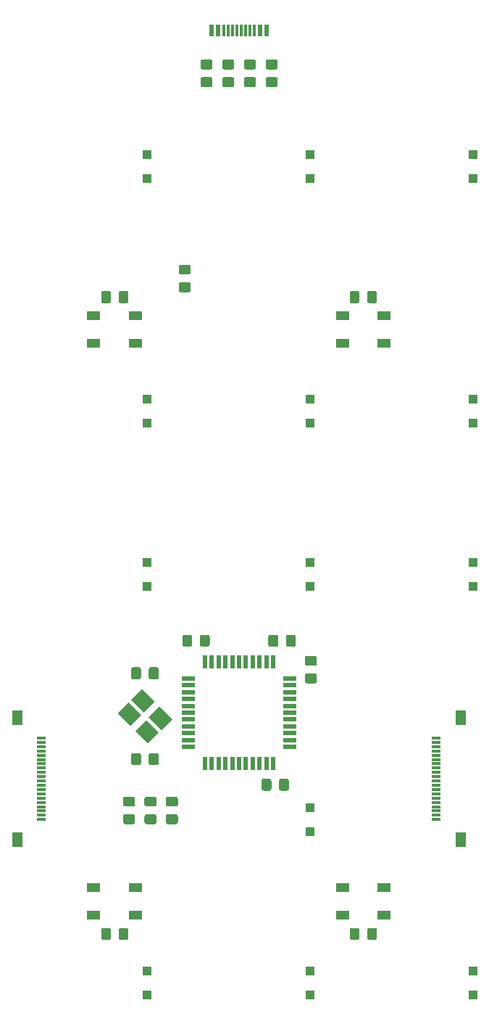
<source format=gbp>
G04 #@! TF.GenerationSoftware,KiCad,Pcbnew,5.1.5+dfsg1-2build2*
G04 #@! TF.CreationDate,2020-05-17T18:00:09-07:00*
G04 #@! TF.ProjectId,triad_center,74726961-645f-4636-956e-7465722e6b69,rev?*
G04 #@! TF.SameCoordinates,Original*
G04 #@! TF.FileFunction,Paste,Bot*
G04 #@! TF.FilePolarity,Positive*
%FSLAX46Y46*%
G04 Gerber Fmt 4.6, Leading zero omitted, Abs format (unit mm)*
G04 Created by KiCad (PCBNEW 5.1.5+dfsg1-2build2) date 2020-05-17 18:00:09*
%MOMM*%
%LPD*%
G04 APERTURE LIST*
%ADD10C,0.100000*%
%ADD11R,1.100000X1.100000*%
%ADD12R,1.000000X0.300000*%
%ADD13R,1.300000X1.765000*%
%ADD14R,0.600000X1.450000*%
%ADD15R,0.300000X1.450000*%
%ADD16R,1.500000X1.000000*%
%ADD17R,1.500000X0.500000*%
%ADD18R,0.500000X1.500000*%
G04 APERTURE END LIST*
D10*
G36*
X36674505Y-106301204D02*
G01*
X36698773Y-106304804D01*
X36722572Y-106310765D01*
X36745671Y-106319030D01*
X36767850Y-106329520D01*
X36788893Y-106342132D01*
X36808599Y-106356747D01*
X36826777Y-106373223D01*
X36843253Y-106391401D01*
X36857868Y-106411107D01*
X36870480Y-106432150D01*
X36880970Y-106454329D01*
X36889235Y-106477428D01*
X36895196Y-106501227D01*
X36898796Y-106525495D01*
X36900000Y-106549999D01*
X36900000Y-107450001D01*
X36898796Y-107474505D01*
X36895196Y-107498773D01*
X36889235Y-107522572D01*
X36880970Y-107545671D01*
X36870480Y-107567850D01*
X36857868Y-107588893D01*
X36843253Y-107608599D01*
X36826777Y-107626777D01*
X36808599Y-107643253D01*
X36788893Y-107657868D01*
X36767850Y-107670480D01*
X36745671Y-107680970D01*
X36722572Y-107689235D01*
X36698773Y-107695196D01*
X36674505Y-107698796D01*
X36650001Y-107700000D01*
X35999999Y-107700000D01*
X35975495Y-107698796D01*
X35951227Y-107695196D01*
X35927428Y-107689235D01*
X35904329Y-107680970D01*
X35882150Y-107670480D01*
X35861107Y-107657868D01*
X35841401Y-107643253D01*
X35823223Y-107626777D01*
X35806747Y-107608599D01*
X35792132Y-107588893D01*
X35779520Y-107567850D01*
X35769030Y-107545671D01*
X35760765Y-107522572D01*
X35754804Y-107498773D01*
X35751204Y-107474505D01*
X35750000Y-107450001D01*
X35750000Y-106549999D01*
X35751204Y-106525495D01*
X35754804Y-106501227D01*
X35760765Y-106477428D01*
X35769030Y-106454329D01*
X35779520Y-106432150D01*
X35792132Y-106411107D01*
X35806747Y-106391401D01*
X35823223Y-106373223D01*
X35841401Y-106356747D01*
X35861107Y-106342132D01*
X35882150Y-106329520D01*
X35904329Y-106319030D01*
X35927428Y-106310765D01*
X35951227Y-106304804D01*
X35975495Y-106301204D01*
X35999999Y-106300000D01*
X36650001Y-106300000D01*
X36674505Y-106301204D01*
G37*
G36*
X38724505Y-106301204D02*
G01*
X38748773Y-106304804D01*
X38772572Y-106310765D01*
X38795671Y-106319030D01*
X38817850Y-106329520D01*
X38838893Y-106342132D01*
X38858599Y-106356747D01*
X38876777Y-106373223D01*
X38893253Y-106391401D01*
X38907868Y-106411107D01*
X38920480Y-106432150D01*
X38930970Y-106454329D01*
X38939235Y-106477428D01*
X38945196Y-106501227D01*
X38948796Y-106525495D01*
X38950000Y-106549999D01*
X38950000Y-107450001D01*
X38948796Y-107474505D01*
X38945196Y-107498773D01*
X38939235Y-107522572D01*
X38930970Y-107545671D01*
X38920480Y-107567850D01*
X38907868Y-107588893D01*
X38893253Y-107608599D01*
X38876777Y-107626777D01*
X38858599Y-107643253D01*
X38838893Y-107657868D01*
X38817850Y-107670480D01*
X38795671Y-107680970D01*
X38772572Y-107689235D01*
X38748773Y-107695196D01*
X38724505Y-107698796D01*
X38700001Y-107700000D01*
X38049999Y-107700000D01*
X38025495Y-107698796D01*
X38001227Y-107695196D01*
X37977428Y-107689235D01*
X37954329Y-107680970D01*
X37932150Y-107670480D01*
X37911107Y-107657868D01*
X37891401Y-107643253D01*
X37873223Y-107626777D01*
X37856747Y-107608599D01*
X37842132Y-107588893D01*
X37829520Y-107567850D01*
X37819030Y-107545671D01*
X37810765Y-107522572D01*
X37804804Y-107498773D01*
X37801204Y-107474505D01*
X37800000Y-107450001D01*
X37800000Y-106549999D01*
X37801204Y-106525495D01*
X37804804Y-106501227D01*
X37810765Y-106477428D01*
X37819030Y-106454329D01*
X37829520Y-106432150D01*
X37842132Y-106411107D01*
X37856747Y-106391401D01*
X37873223Y-106373223D01*
X37891401Y-106356747D01*
X37911107Y-106342132D01*
X37932150Y-106329520D01*
X37954329Y-106319030D01*
X37977428Y-106310765D01*
X38001227Y-106304804D01*
X38025495Y-106301204D01*
X38049999Y-106300000D01*
X38700001Y-106300000D01*
X38724505Y-106301204D01*
G37*
G36*
X36674505Y-96301204D02*
G01*
X36698773Y-96304804D01*
X36722572Y-96310765D01*
X36745671Y-96319030D01*
X36767850Y-96329520D01*
X36788893Y-96342132D01*
X36808599Y-96356747D01*
X36826777Y-96373223D01*
X36843253Y-96391401D01*
X36857868Y-96411107D01*
X36870480Y-96432150D01*
X36880970Y-96454329D01*
X36889235Y-96477428D01*
X36895196Y-96501227D01*
X36898796Y-96525495D01*
X36900000Y-96549999D01*
X36900000Y-97450001D01*
X36898796Y-97474505D01*
X36895196Y-97498773D01*
X36889235Y-97522572D01*
X36880970Y-97545671D01*
X36870480Y-97567850D01*
X36857868Y-97588893D01*
X36843253Y-97608599D01*
X36826777Y-97626777D01*
X36808599Y-97643253D01*
X36788893Y-97657868D01*
X36767850Y-97670480D01*
X36745671Y-97680970D01*
X36722572Y-97689235D01*
X36698773Y-97695196D01*
X36674505Y-97698796D01*
X36650001Y-97700000D01*
X35999999Y-97700000D01*
X35975495Y-97698796D01*
X35951227Y-97695196D01*
X35927428Y-97689235D01*
X35904329Y-97680970D01*
X35882150Y-97670480D01*
X35861107Y-97657868D01*
X35841401Y-97643253D01*
X35823223Y-97626777D01*
X35806747Y-97608599D01*
X35792132Y-97588893D01*
X35779520Y-97567850D01*
X35769030Y-97545671D01*
X35760765Y-97522572D01*
X35754804Y-97498773D01*
X35751204Y-97474505D01*
X35750000Y-97450001D01*
X35750000Y-96549999D01*
X35751204Y-96525495D01*
X35754804Y-96501227D01*
X35760765Y-96477428D01*
X35769030Y-96454329D01*
X35779520Y-96432150D01*
X35792132Y-96411107D01*
X35806747Y-96391401D01*
X35823223Y-96373223D01*
X35841401Y-96356747D01*
X35861107Y-96342132D01*
X35882150Y-96329520D01*
X35904329Y-96319030D01*
X35927428Y-96310765D01*
X35951227Y-96304804D01*
X35975495Y-96301204D01*
X35999999Y-96300000D01*
X36650001Y-96300000D01*
X36674505Y-96301204D01*
G37*
G36*
X38724505Y-96301204D02*
G01*
X38748773Y-96304804D01*
X38772572Y-96310765D01*
X38795671Y-96319030D01*
X38817850Y-96329520D01*
X38838893Y-96342132D01*
X38858599Y-96356747D01*
X38876777Y-96373223D01*
X38893253Y-96391401D01*
X38907868Y-96411107D01*
X38920480Y-96432150D01*
X38930970Y-96454329D01*
X38939235Y-96477428D01*
X38945196Y-96501227D01*
X38948796Y-96525495D01*
X38950000Y-96549999D01*
X38950000Y-97450001D01*
X38948796Y-97474505D01*
X38945196Y-97498773D01*
X38939235Y-97522572D01*
X38930970Y-97545671D01*
X38920480Y-97567850D01*
X38907868Y-97588893D01*
X38893253Y-97608599D01*
X38876777Y-97626777D01*
X38858599Y-97643253D01*
X38838893Y-97657868D01*
X38817850Y-97670480D01*
X38795671Y-97680970D01*
X38772572Y-97689235D01*
X38748773Y-97695196D01*
X38724505Y-97698796D01*
X38700001Y-97700000D01*
X38049999Y-97700000D01*
X38025495Y-97698796D01*
X38001227Y-97695196D01*
X37977428Y-97689235D01*
X37954329Y-97680970D01*
X37932150Y-97670480D01*
X37911107Y-97657868D01*
X37891401Y-97643253D01*
X37873223Y-97626777D01*
X37856747Y-97608599D01*
X37842132Y-97588893D01*
X37829520Y-97567850D01*
X37819030Y-97545671D01*
X37810765Y-97522572D01*
X37804804Y-97498773D01*
X37801204Y-97474505D01*
X37800000Y-97450001D01*
X37800000Y-96549999D01*
X37801204Y-96525495D01*
X37804804Y-96501227D01*
X37810765Y-96477428D01*
X37819030Y-96454329D01*
X37829520Y-96432150D01*
X37842132Y-96411107D01*
X37856747Y-96391401D01*
X37873223Y-96373223D01*
X37891401Y-96356747D01*
X37911107Y-96342132D01*
X37932150Y-96329520D01*
X37954329Y-96319030D01*
X37977428Y-96310765D01*
X38001227Y-96304804D01*
X38025495Y-96301204D01*
X38049999Y-96300000D01*
X38700001Y-96300000D01*
X38724505Y-96301204D01*
G37*
G36*
X42649505Y-92501204D02*
G01*
X42673773Y-92504804D01*
X42697572Y-92510765D01*
X42720671Y-92519030D01*
X42742850Y-92529520D01*
X42763893Y-92542132D01*
X42783599Y-92556747D01*
X42801777Y-92573223D01*
X42818253Y-92591401D01*
X42832868Y-92611107D01*
X42845480Y-92632150D01*
X42855970Y-92654329D01*
X42864235Y-92677428D01*
X42870196Y-92701227D01*
X42873796Y-92725495D01*
X42875000Y-92749999D01*
X42875000Y-93650001D01*
X42873796Y-93674505D01*
X42870196Y-93698773D01*
X42864235Y-93722572D01*
X42855970Y-93745671D01*
X42845480Y-93767850D01*
X42832868Y-93788893D01*
X42818253Y-93808599D01*
X42801777Y-93826777D01*
X42783599Y-93843253D01*
X42763893Y-93857868D01*
X42742850Y-93870480D01*
X42720671Y-93880970D01*
X42697572Y-93889235D01*
X42673773Y-93895196D01*
X42649505Y-93898796D01*
X42625001Y-93900000D01*
X41974999Y-93900000D01*
X41950495Y-93898796D01*
X41926227Y-93895196D01*
X41902428Y-93889235D01*
X41879329Y-93880970D01*
X41857150Y-93870480D01*
X41836107Y-93857868D01*
X41816401Y-93843253D01*
X41798223Y-93826777D01*
X41781747Y-93808599D01*
X41767132Y-93788893D01*
X41754520Y-93767850D01*
X41744030Y-93745671D01*
X41735765Y-93722572D01*
X41729804Y-93698773D01*
X41726204Y-93674505D01*
X41725000Y-93650001D01*
X41725000Y-92749999D01*
X41726204Y-92725495D01*
X41729804Y-92701227D01*
X41735765Y-92677428D01*
X41744030Y-92654329D01*
X41754520Y-92632150D01*
X41767132Y-92611107D01*
X41781747Y-92591401D01*
X41798223Y-92573223D01*
X41816401Y-92556747D01*
X41836107Y-92542132D01*
X41857150Y-92529520D01*
X41879329Y-92519030D01*
X41902428Y-92510765D01*
X41926227Y-92504804D01*
X41950495Y-92501204D01*
X41974999Y-92500000D01*
X42625001Y-92500000D01*
X42649505Y-92501204D01*
G37*
G36*
X44699505Y-92501204D02*
G01*
X44723773Y-92504804D01*
X44747572Y-92510765D01*
X44770671Y-92519030D01*
X44792850Y-92529520D01*
X44813893Y-92542132D01*
X44833599Y-92556747D01*
X44851777Y-92573223D01*
X44868253Y-92591401D01*
X44882868Y-92611107D01*
X44895480Y-92632150D01*
X44905970Y-92654329D01*
X44914235Y-92677428D01*
X44920196Y-92701227D01*
X44923796Y-92725495D01*
X44925000Y-92749999D01*
X44925000Y-93650001D01*
X44923796Y-93674505D01*
X44920196Y-93698773D01*
X44914235Y-93722572D01*
X44905970Y-93745671D01*
X44895480Y-93767850D01*
X44882868Y-93788893D01*
X44868253Y-93808599D01*
X44851777Y-93826777D01*
X44833599Y-93843253D01*
X44813893Y-93857868D01*
X44792850Y-93870480D01*
X44770671Y-93880970D01*
X44747572Y-93889235D01*
X44723773Y-93895196D01*
X44699505Y-93898796D01*
X44675001Y-93900000D01*
X44024999Y-93900000D01*
X44000495Y-93898796D01*
X43976227Y-93895196D01*
X43952428Y-93889235D01*
X43929329Y-93880970D01*
X43907150Y-93870480D01*
X43886107Y-93857868D01*
X43866401Y-93843253D01*
X43848223Y-93826777D01*
X43831747Y-93808599D01*
X43817132Y-93788893D01*
X43804520Y-93767850D01*
X43794030Y-93745671D01*
X43785765Y-93722572D01*
X43779804Y-93698773D01*
X43776204Y-93674505D01*
X43775000Y-93650001D01*
X43775000Y-92749999D01*
X43776204Y-92725495D01*
X43779804Y-92701227D01*
X43785765Y-92677428D01*
X43794030Y-92654329D01*
X43804520Y-92632150D01*
X43817132Y-92611107D01*
X43831747Y-92591401D01*
X43848223Y-92573223D01*
X43866401Y-92556747D01*
X43886107Y-92542132D01*
X43907150Y-92529520D01*
X43929329Y-92519030D01*
X43952428Y-92510765D01*
X43976227Y-92504804D01*
X44000495Y-92501204D01*
X44024999Y-92500000D01*
X44675001Y-92500000D01*
X44699505Y-92501204D01*
G37*
G36*
X57224505Y-97026204D02*
G01*
X57248773Y-97029804D01*
X57272572Y-97035765D01*
X57295671Y-97044030D01*
X57317850Y-97054520D01*
X57338893Y-97067132D01*
X57358599Y-97081747D01*
X57376777Y-97098223D01*
X57393253Y-97116401D01*
X57407868Y-97136107D01*
X57420480Y-97157150D01*
X57430970Y-97179329D01*
X57439235Y-97202428D01*
X57445196Y-97226227D01*
X57448796Y-97250495D01*
X57450000Y-97274999D01*
X57450000Y-97925001D01*
X57448796Y-97949505D01*
X57445196Y-97973773D01*
X57439235Y-97997572D01*
X57430970Y-98020671D01*
X57420480Y-98042850D01*
X57407868Y-98063893D01*
X57393253Y-98083599D01*
X57376777Y-98101777D01*
X57358599Y-98118253D01*
X57338893Y-98132868D01*
X57317850Y-98145480D01*
X57295671Y-98155970D01*
X57272572Y-98164235D01*
X57248773Y-98170196D01*
X57224505Y-98173796D01*
X57200001Y-98175000D01*
X56299999Y-98175000D01*
X56275495Y-98173796D01*
X56251227Y-98170196D01*
X56227428Y-98164235D01*
X56204329Y-98155970D01*
X56182150Y-98145480D01*
X56161107Y-98132868D01*
X56141401Y-98118253D01*
X56123223Y-98101777D01*
X56106747Y-98083599D01*
X56092132Y-98063893D01*
X56079520Y-98042850D01*
X56069030Y-98020671D01*
X56060765Y-97997572D01*
X56054804Y-97973773D01*
X56051204Y-97949505D01*
X56050000Y-97925001D01*
X56050000Y-97274999D01*
X56051204Y-97250495D01*
X56054804Y-97226227D01*
X56060765Y-97202428D01*
X56069030Y-97179329D01*
X56079520Y-97157150D01*
X56092132Y-97136107D01*
X56106747Y-97116401D01*
X56123223Y-97098223D01*
X56141401Y-97081747D01*
X56161107Y-97067132D01*
X56182150Y-97054520D01*
X56204329Y-97044030D01*
X56227428Y-97035765D01*
X56251227Y-97029804D01*
X56275495Y-97026204D01*
X56299999Y-97025000D01*
X57200001Y-97025000D01*
X57224505Y-97026204D01*
G37*
G36*
X57224505Y-94976204D02*
G01*
X57248773Y-94979804D01*
X57272572Y-94985765D01*
X57295671Y-94994030D01*
X57317850Y-95004520D01*
X57338893Y-95017132D01*
X57358599Y-95031747D01*
X57376777Y-95048223D01*
X57393253Y-95066401D01*
X57407868Y-95086107D01*
X57420480Y-95107150D01*
X57430970Y-95129329D01*
X57439235Y-95152428D01*
X57445196Y-95176227D01*
X57448796Y-95200495D01*
X57450000Y-95224999D01*
X57450000Y-95875001D01*
X57448796Y-95899505D01*
X57445196Y-95923773D01*
X57439235Y-95947572D01*
X57430970Y-95970671D01*
X57420480Y-95992850D01*
X57407868Y-96013893D01*
X57393253Y-96033599D01*
X57376777Y-96051777D01*
X57358599Y-96068253D01*
X57338893Y-96082868D01*
X57317850Y-96095480D01*
X57295671Y-96105970D01*
X57272572Y-96114235D01*
X57248773Y-96120196D01*
X57224505Y-96123796D01*
X57200001Y-96125000D01*
X56299999Y-96125000D01*
X56275495Y-96123796D01*
X56251227Y-96120196D01*
X56227428Y-96114235D01*
X56204329Y-96105970D01*
X56182150Y-96095480D01*
X56161107Y-96082868D01*
X56141401Y-96068253D01*
X56123223Y-96051777D01*
X56106747Y-96033599D01*
X56092132Y-96013893D01*
X56079520Y-95992850D01*
X56069030Y-95970671D01*
X56060765Y-95947572D01*
X56054804Y-95923773D01*
X56051204Y-95899505D01*
X56050000Y-95875001D01*
X56050000Y-95224999D01*
X56051204Y-95200495D01*
X56054804Y-95176227D01*
X56060765Y-95152428D01*
X56069030Y-95129329D01*
X56079520Y-95107150D01*
X56092132Y-95086107D01*
X56106747Y-95066401D01*
X56123223Y-95048223D01*
X56141401Y-95031747D01*
X56161107Y-95017132D01*
X56182150Y-95004520D01*
X56204329Y-94994030D01*
X56227428Y-94985765D01*
X56251227Y-94979804D01*
X56275495Y-94976204D01*
X56299999Y-94975000D01*
X57200001Y-94975000D01*
X57224505Y-94976204D01*
G37*
G36*
X35974505Y-113451204D02*
G01*
X35998773Y-113454804D01*
X36022572Y-113460765D01*
X36045671Y-113469030D01*
X36067850Y-113479520D01*
X36088893Y-113492132D01*
X36108599Y-113506747D01*
X36126777Y-113523223D01*
X36143253Y-113541401D01*
X36157868Y-113561107D01*
X36170480Y-113582150D01*
X36180970Y-113604329D01*
X36189235Y-113627428D01*
X36195196Y-113651227D01*
X36198796Y-113675495D01*
X36200000Y-113699999D01*
X36200000Y-114350001D01*
X36198796Y-114374505D01*
X36195196Y-114398773D01*
X36189235Y-114422572D01*
X36180970Y-114445671D01*
X36170480Y-114467850D01*
X36157868Y-114488893D01*
X36143253Y-114508599D01*
X36126777Y-114526777D01*
X36108599Y-114543253D01*
X36088893Y-114557868D01*
X36067850Y-114570480D01*
X36045671Y-114580970D01*
X36022572Y-114589235D01*
X35998773Y-114595196D01*
X35974505Y-114598796D01*
X35950001Y-114600000D01*
X35049999Y-114600000D01*
X35025495Y-114598796D01*
X35001227Y-114595196D01*
X34977428Y-114589235D01*
X34954329Y-114580970D01*
X34932150Y-114570480D01*
X34911107Y-114557868D01*
X34891401Y-114543253D01*
X34873223Y-114526777D01*
X34856747Y-114508599D01*
X34842132Y-114488893D01*
X34829520Y-114467850D01*
X34819030Y-114445671D01*
X34810765Y-114422572D01*
X34804804Y-114398773D01*
X34801204Y-114374505D01*
X34800000Y-114350001D01*
X34800000Y-113699999D01*
X34801204Y-113675495D01*
X34804804Y-113651227D01*
X34810765Y-113627428D01*
X34819030Y-113604329D01*
X34829520Y-113582150D01*
X34842132Y-113561107D01*
X34856747Y-113541401D01*
X34873223Y-113523223D01*
X34891401Y-113506747D01*
X34911107Y-113492132D01*
X34932150Y-113479520D01*
X34954329Y-113469030D01*
X34977428Y-113460765D01*
X35001227Y-113454804D01*
X35025495Y-113451204D01*
X35049999Y-113450000D01*
X35950001Y-113450000D01*
X35974505Y-113451204D01*
G37*
G36*
X35974505Y-111401204D02*
G01*
X35998773Y-111404804D01*
X36022572Y-111410765D01*
X36045671Y-111419030D01*
X36067850Y-111429520D01*
X36088893Y-111442132D01*
X36108599Y-111456747D01*
X36126777Y-111473223D01*
X36143253Y-111491401D01*
X36157868Y-111511107D01*
X36170480Y-111532150D01*
X36180970Y-111554329D01*
X36189235Y-111577428D01*
X36195196Y-111601227D01*
X36198796Y-111625495D01*
X36200000Y-111649999D01*
X36200000Y-112300001D01*
X36198796Y-112324505D01*
X36195196Y-112348773D01*
X36189235Y-112372572D01*
X36180970Y-112395671D01*
X36170480Y-112417850D01*
X36157868Y-112438893D01*
X36143253Y-112458599D01*
X36126777Y-112476777D01*
X36108599Y-112493253D01*
X36088893Y-112507868D01*
X36067850Y-112520480D01*
X36045671Y-112530970D01*
X36022572Y-112539235D01*
X35998773Y-112545196D01*
X35974505Y-112548796D01*
X35950001Y-112550000D01*
X35049999Y-112550000D01*
X35025495Y-112548796D01*
X35001227Y-112545196D01*
X34977428Y-112539235D01*
X34954329Y-112530970D01*
X34932150Y-112520480D01*
X34911107Y-112507868D01*
X34891401Y-112493253D01*
X34873223Y-112476777D01*
X34856747Y-112458599D01*
X34842132Y-112438893D01*
X34829520Y-112417850D01*
X34819030Y-112395671D01*
X34810765Y-112372572D01*
X34804804Y-112348773D01*
X34801204Y-112324505D01*
X34800000Y-112300001D01*
X34800000Y-111649999D01*
X34801204Y-111625495D01*
X34804804Y-111601227D01*
X34810765Y-111577428D01*
X34819030Y-111554329D01*
X34829520Y-111532150D01*
X34842132Y-111511107D01*
X34856747Y-111491401D01*
X34873223Y-111473223D01*
X34891401Y-111456747D01*
X34911107Y-111442132D01*
X34932150Y-111429520D01*
X34954329Y-111419030D01*
X34977428Y-111410765D01*
X35001227Y-111404804D01*
X35025495Y-111401204D01*
X35049999Y-111400000D01*
X35950001Y-111400000D01*
X35974505Y-111401204D01*
G37*
G36*
X38474505Y-111401204D02*
G01*
X38498773Y-111404804D01*
X38522572Y-111410765D01*
X38545671Y-111419030D01*
X38567850Y-111429520D01*
X38588893Y-111442132D01*
X38608599Y-111456747D01*
X38626777Y-111473223D01*
X38643253Y-111491401D01*
X38657868Y-111511107D01*
X38670480Y-111532150D01*
X38680970Y-111554329D01*
X38689235Y-111577428D01*
X38695196Y-111601227D01*
X38698796Y-111625495D01*
X38700000Y-111649999D01*
X38700000Y-112300001D01*
X38698796Y-112324505D01*
X38695196Y-112348773D01*
X38689235Y-112372572D01*
X38680970Y-112395671D01*
X38670480Y-112417850D01*
X38657868Y-112438893D01*
X38643253Y-112458599D01*
X38626777Y-112476777D01*
X38608599Y-112493253D01*
X38588893Y-112507868D01*
X38567850Y-112520480D01*
X38545671Y-112530970D01*
X38522572Y-112539235D01*
X38498773Y-112545196D01*
X38474505Y-112548796D01*
X38450001Y-112550000D01*
X37549999Y-112550000D01*
X37525495Y-112548796D01*
X37501227Y-112545196D01*
X37477428Y-112539235D01*
X37454329Y-112530970D01*
X37432150Y-112520480D01*
X37411107Y-112507868D01*
X37391401Y-112493253D01*
X37373223Y-112476777D01*
X37356747Y-112458599D01*
X37342132Y-112438893D01*
X37329520Y-112417850D01*
X37319030Y-112395671D01*
X37310765Y-112372572D01*
X37304804Y-112348773D01*
X37301204Y-112324505D01*
X37300000Y-112300001D01*
X37300000Y-111649999D01*
X37301204Y-111625495D01*
X37304804Y-111601227D01*
X37310765Y-111577428D01*
X37319030Y-111554329D01*
X37329520Y-111532150D01*
X37342132Y-111511107D01*
X37356747Y-111491401D01*
X37373223Y-111473223D01*
X37391401Y-111456747D01*
X37411107Y-111442132D01*
X37432150Y-111429520D01*
X37454329Y-111419030D01*
X37477428Y-111410765D01*
X37501227Y-111404804D01*
X37525495Y-111401204D01*
X37549999Y-111400000D01*
X38450001Y-111400000D01*
X38474505Y-111401204D01*
G37*
G36*
X38474505Y-113451204D02*
G01*
X38498773Y-113454804D01*
X38522572Y-113460765D01*
X38545671Y-113469030D01*
X38567850Y-113479520D01*
X38588893Y-113492132D01*
X38608599Y-113506747D01*
X38626777Y-113523223D01*
X38643253Y-113541401D01*
X38657868Y-113561107D01*
X38670480Y-113582150D01*
X38680970Y-113604329D01*
X38689235Y-113627428D01*
X38695196Y-113651227D01*
X38698796Y-113675495D01*
X38700000Y-113699999D01*
X38700000Y-114350001D01*
X38698796Y-114374505D01*
X38695196Y-114398773D01*
X38689235Y-114422572D01*
X38680970Y-114445671D01*
X38670480Y-114467850D01*
X38657868Y-114488893D01*
X38643253Y-114508599D01*
X38626777Y-114526777D01*
X38608599Y-114543253D01*
X38588893Y-114557868D01*
X38567850Y-114570480D01*
X38545671Y-114580970D01*
X38522572Y-114589235D01*
X38498773Y-114595196D01*
X38474505Y-114598796D01*
X38450001Y-114600000D01*
X37549999Y-114600000D01*
X37525495Y-114598796D01*
X37501227Y-114595196D01*
X37477428Y-114589235D01*
X37454329Y-114580970D01*
X37432150Y-114570480D01*
X37411107Y-114557868D01*
X37391401Y-114543253D01*
X37373223Y-114526777D01*
X37356747Y-114508599D01*
X37342132Y-114488893D01*
X37329520Y-114467850D01*
X37319030Y-114445671D01*
X37310765Y-114422572D01*
X37304804Y-114398773D01*
X37301204Y-114374505D01*
X37300000Y-114350001D01*
X37300000Y-113699999D01*
X37301204Y-113675495D01*
X37304804Y-113651227D01*
X37310765Y-113627428D01*
X37319030Y-113604329D01*
X37329520Y-113582150D01*
X37342132Y-113561107D01*
X37356747Y-113541401D01*
X37373223Y-113523223D01*
X37391401Y-113506747D01*
X37411107Y-113492132D01*
X37432150Y-113479520D01*
X37454329Y-113469030D01*
X37477428Y-113460765D01*
X37501227Y-113454804D01*
X37525495Y-113451204D01*
X37549999Y-113450000D01*
X38450001Y-113450000D01*
X38474505Y-113451204D01*
G37*
G36*
X53949505Y-109301204D02*
G01*
X53973773Y-109304804D01*
X53997572Y-109310765D01*
X54020671Y-109319030D01*
X54042850Y-109329520D01*
X54063893Y-109342132D01*
X54083599Y-109356747D01*
X54101777Y-109373223D01*
X54118253Y-109391401D01*
X54132868Y-109411107D01*
X54145480Y-109432150D01*
X54155970Y-109454329D01*
X54164235Y-109477428D01*
X54170196Y-109501227D01*
X54173796Y-109525495D01*
X54175000Y-109549999D01*
X54175000Y-110450001D01*
X54173796Y-110474505D01*
X54170196Y-110498773D01*
X54164235Y-110522572D01*
X54155970Y-110545671D01*
X54145480Y-110567850D01*
X54132868Y-110588893D01*
X54118253Y-110608599D01*
X54101777Y-110626777D01*
X54083599Y-110643253D01*
X54063893Y-110657868D01*
X54042850Y-110670480D01*
X54020671Y-110680970D01*
X53997572Y-110689235D01*
X53973773Y-110695196D01*
X53949505Y-110698796D01*
X53925001Y-110700000D01*
X53274999Y-110700000D01*
X53250495Y-110698796D01*
X53226227Y-110695196D01*
X53202428Y-110689235D01*
X53179329Y-110680970D01*
X53157150Y-110670480D01*
X53136107Y-110657868D01*
X53116401Y-110643253D01*
X53098223Y-110626777D01*
X53081747Y-110608599D01*
X53067132Y-110588893D01*
X53054520Y-110567850D01*
X53044030Y-110545671D01*
X53035765Y-110522572D01*
X53029804Y-110498773D01*
X53026204Y-110474505D01*
X53025000Y-110450001D01*
X53025000Y-109549999D01*
X53026204Y-109525495D01*
X53029804Y-109501227D01*
X53035765Y-109477428D01*
X53044030Y-109454329D01*
X53054520Y-109432150D01*
X53067132Y-109411107D01*
X53081747Y-109391401D01*
X53098223Y-109373223D01*
X53116401Y-109356747D01*
X53136107Y-109342132D01*
X53157150Y-109329520D01*
X53179329Y-109319030D01*
X53202428Y-109310765D01*
X53226227Y-109304804D01*
X53250495Y-109301204D01*
X53274999Y-109300000D01*
X53925001Y-109300000D01*
X53949505Y-109301204D01*
G37*
G36*
X51899505Y-109301204D02*
G01*
X51923773Y-109304804D01*
X51947572Y-109310765D01*
X51970671Y-109319030D01*
X51992850Y-109329520D01*
X52013893Y-109342132D01*
X52033599Y-109356747D01*
X52051777Y-109373223D01*
X52068253Y-109391401D01*
X52082868Y-109411107D01*
X52095480Y-109432150D01*
X52105970Y-109454329D01*
X52114235Y-109477428D01*
X52120196Y-109501227D01*
X52123796Y-109525495D01*
X52125000Y-109549999D01*
X52125000Y-110450001D01*
X52123796Y-110474505D01*
X52120196Y-110498773D01*
X52114235Y-110522572D01*
X52105970Y-110545671D01*
X52095480Y-110567850D01*
X52082868Y-110588893D01*
X52068253Y-110608599D01*
X52051777Y-110626777D01*
X52033599Y-110643253D01*
X52013893Y-110657868D01*
X51992850Y-110670480D01*
X51970671Y-110680970D01*
X51947572Y-110689235D01*
X51923773Y-110695196D01*
X51899505Y-110698796D01*
X51875001Y-110700000D01*
X51224999Y-110700000D01*
X51200495Y-110698796D01*
X51176227Y-110695196D01*
X51152428Y-110689235D01*
X51129329Y-110680970D01*
X51107150Y-110670480D01*
X51086107Y-110657868D01*
X51066401Y-110643253D01*
X51048223Y-110626777D01*
X51031747Y-110608599D01*
X51017132Y-110588893D01*
X51004520Y-110567850D01*
X50994030Y-110545671D01*
X50985765Y-110522572D01*
X50979804Y-110498773D01*
X50976204Y-110474505D01*
X50975000Y-110450001D01*
X50975000Y-109549999D01*
X50976204Y-109525495D01*
X50979804Y-109501227D01*
X50985765Y-109477428D01*
X50994030Y-109454329D01*
X51004520Y-109432150D01*
X51017132Y-109411107D01*
X51031747Y-109391401D01*
X51048223Y-109373223D01*
X51066401Y-109356747D01*
X51086107Y-109342132D01*
X51107150Y-109329520D01*
X51129329Y-109319030D01*
X51152428Y-109310765D01*
X51176227Y-109304804D01*
X51200495Y-109301204D01*
X51224999Y-109300000D01*
X51875001Y-109300000D01*
X51899505Y-109301204D01*
G37*
G36*
X40974505Y-113451204D02*
G01*
X40998773Y-113454804D01*
X41022572Y-113460765D01*
X41045671Y-113469030D01*
X41067850Y-113479520D01*
X41088893Y-113492132D01*
X41108599Y-113506747D01*
X41126777Y-113523223D01*
X41143253Y-113541401D01*
X41157868Y-113561107D01*
X41170480Y-113582150D01*
X41180970Y-113604329D01*
X41189235Y-113627428D01*
X41195196Y-113651227D01*
X41198796Y-113675495D01*
X41200000Y-113699999D01*
X41200000Y-114350001D01*
X41198796Y-114374505D01*
X41195196Y-114398773D01*
X41189235Y-114422572D01*
X41180970Y-114445671D01*
X41170480Y-114467850D01*
X41157868Y-114488893D01*
X41143253Y-114508599D01*
X41126777Y-114526777D01*
X41108599Y-114543253D01*
X41088893Y-114557868D01*
X41067850Y-114570480D01*
X41045671Y-114580970D01*
X41022572Y-114589235D01*
X40998773Y-114595196D01*
X40974505Y-114598796D01*
X40950001Y-114600000D01*
X40049999Y-114600000D01*
X40025495Y-114598796D01*
X40001227Y-114595196D01*
X39977428Y-114589235D01*
X39954329Y-114580970D01*
X39932150Y-114570480D01*
X39911107Y-114557868D01*
X39891401Y-114543253D01*
X39873223Y-114526777D01*
X39856747Y-114508599D01*
X39842132Y-114488893D01*
X39829520Y-114467850D01*
X39819030Y-114445671D01*
X39810765Y-114422572D01*
X39804804Y-114398773D01*
X39801204Y-114374505D01*
X39800000Y-114350001D01*
X39800000Y-113699999D01*
X39801204Y-113675495D01*
X39804804Y-113651227D01*
X39810765Y-113627428D01*
X39819030Y-113604329D01*
X39829520Y-113582150D01*
X39842132Y-113561107D01*
X39856747Y-113541401D01*
X39873223Y-113523223D01*
X39891401Y-113506747D01*
X39911107Y-113492132D01*
X39932150Y-113479520D01*
X39954329Y-113469030D01*
X39977428Y-113460765D01*
X40001227Y-113454804D01*
X40025495Y-113451204D01*
X40049999Y-113450000D01*
X40950001Y-113450000D01*
X40974505Y-113451204D01*
G37*
G36*
X40974505Y-111401204D02*
G01*
X40998773Y-111404804D01*
X41022572Y-111410765D01*
X41045671Y-111419030D01*
X41067850Y-111429520D01*
X41088893Y-111442132D01*
X41108599Y-111456747D01*
X41126777Y-111473223D01*
X41143253Y-111491401D01*
X41157868Y-111511107D01*
X41170480Y-111532150D01*
X41180970Y-111554329D01*
X41189235Y-111577428D01*
X41195196Y-111601227D01*
X41198796Y-111625495D01*
X41200000Y-111649999D01*
X41200000Y-112300001D01*
X41198796Y-112324505D01*
X41195196Y-112348773D01*
X41189235Y-112372572D01*
X41180970Y-112395671D01*
X41170480Y-112417850D01*
X41157868Y-112438893D01*
X41143253Y-112458599D01*
X41126777Y-112476777D01*
X41108599Y-112493253D01*
X41088893Y-112507868D01*
X41067850Y-112520480D01*
X41045671Y-112530970D01*
X41022572Y-112539235D01*
X40998773Y-112545196D01*
X40974505Y-112548796D01*
X40950001Y-112550000D01*
X40049999Y-112550000D01*
X40025495Y-112548796D01*
X40001227Y-112545196D01*
X39977428Y-112539235D01*
X39954329Y-112530970D01*
X39932150Y-112520480D01*
X39911107Y-112507868D01*
X39891401Y-112493253D01*
X39873223Y-112476777D01*
X39856747Y-112458599D01*
X39842132Y-112438893D01*
X39829520Y-112417850D01*
X39819030Y-112395671D01*
X39810765Y-112372572D01*
X39804804Y-112348773D01*
X39801204Y-112324505D01*
X39800000Y-112300001D01*
X39800000Y-111649999D01*
X39801204Y-111625495D01*
X39804804Y-111601227D01*
X39810765Y-111577428D01*
X39819030Y-111554329D01*
X39829520Y-111532150D01*
X39842132Y-111511107D01*
X39856747Y-111491401D01*
X39873223Y-111473223D01*
X39891401Y-111456747D01*
X39911107Y-111442132D01*
X39932150Y-111429520D01*
X39954329Y-111419030D01*
X39977428Y-111410765D01*
X40001227Y-111404804D01*
X40025495Y-111401204D01*
X40049999Y-111400000D01*
X40950001Y-111400000D01*
X40974505Y-111401204D01*
G37*
D11*
X37562500Y-39275000D03*
X37562500Y-36475000D03*
X56612500Y-36475000D03*
X56612500Y-39275000D03*
X75662500Y-39275000D03*
X75662500Y-36475000D03*
X37562500Y-65050000D03*
X37562500Y-67850000D03*
X56612500Y-67850000D03*
X56612500Y-65050000D03*
X75662500Y-65050000D03*
X75662500Y-67850000D03*
X37562500Y-86900000D03*
X37562500Y-84100000D03*
X56612500Y-84100000D03*
X56612500Y-86900000D03*
X75662500Y-86900000D03*
X75662500Y-84100000D03*
X56612500Y-112675000D03*
X56612500Y-115475000D03*
X37562500Y-131725000D03*
X37562500Y-134525000D03*
X56612500Y-134525000D03*
X56612500Y-131725000D03*
X75662500Y-134525000D03*
X75662500Y-131725000D03*
D12*
X25275000Y-104562000D03*
X25275000Y-105062000D03*
X25275000Y-105562000D03*
X25275000Y-106062000D03*
X25275000Y-106562000D03*
X25275000Y-107062000D03*
X25275000Y-107562000D03*
X25275000Y-108062000D03*
X25275000Y-108562000D03*
X25275000Y-109062000D03*
X25275000Y-109562000D03*
X25275000Y-110062000D03*
X25275000Y-110562000D03*
X25275000Y-111062000D03*
X25275000Y-111562000D03*
X25275000Y-112062000D03*
X25275000Y-112562000D03*
X25275000Y-113062000D03*
X25275000Y-113562000D03*
X25275000Y-114062000D03*
D13*
X22425000Y-116429500D03*
X22425000Y-102194500D03*
X74275000Y-116429500D03*
X74275000Y-102194500D03*
D12*
X71425000Y-104562000D03*
X71425000Y-105062000D03*
X71425000Y-105562000D03*
X71425000Y-106062000D03*
X71425000Y-106562000D03*
X71425000Y-107062000D03*
X71425000Y-107562000D03*
X71425000Y-108062000D03*
X71425000Y-108562000D03*
X71425000Y-109062000D03*
X71425000Y-109562000D03*
X71425000Y-110062000D03*
X71425000Y-110562000D03*
X71425000Y-111062000D03*
X71425000Y-111562000D03*
X71425000Y-112062000D03*
X71425000Y-112562000D03*
X71425000Y-113062000D03*
X71425000Y-113562000D03*
X71425000Y-114062000D03*
D14*
X51600000Y-22045000D03*
X50800000Y-22045000D03*
X45900000Y-22045000D03*
X45100000Y-22045000D03*
X45100000Y-22045000D03*
X45900000Y-22045000D03*
X50800000Y-22045000D03*
X51600000Y-22045000D03*
D15*
X46600000Y-22045000D03*
X47100000Y-22045000D03*
X47600000Y-22045000D03*
X48600000Y-22045000D03*
X49100000Y-22045000D03*
X49600000Y-22045000D03*
X50100000Y-22045000D03*
X48100000Y-22045000D03*
D16*
X60425000Y-58525000D03*
X60425000Y-55325000D03*
X65325000Y-58525000D03*
X65325000Y-55325000D03*
X65325000Y-122000000D03*
X65325000Y-125200000D03*
X60425000Y-122000000D03*
X60425000Y-125200000D03*
X36275000Y-122000000D03*
X36275000Y-125200000D03*
X31375000Y-122000000D03*
X31375000Y-125200000D03*
X36275000Y-55325000D03*
X36275000Y-58525000D03*
X31375000Y-55325000D03*
X31375000Y-58525000D03*
D10*
G36*
X42474505Y-49339204D02*
G01*
X42498773Y-49342804D01*
X42522572Y-49348765D01*
X42545671Y-49357030D01*
X42567850Y-49367520D01*
X42588893Y-49380132D01*
X42608599Y-49394747D01*
X42626777Y-49411223D01*
X42643253Y-49429401D01*
X42657868Y-49449107D01*
X42670480Y-49470150D01*
X42680970Y-49492329D01*
X42689235Y-49515428D01*
X42695196Y-49539227D01*
X42698796Y-49563495D01*
X42700000Y-49587999D01*
X42700000Y-50238001D01*
X42698796Y-50262505D01*
X42695196Y-50286773D01*
X42689235Y-50310572D01*
X42680970Y-50333671D01*
X42670480Y-50355850D01*
X42657868Y-50376893D01*
X42643253Y-50396599D01*
X42626777Y-50414777D01*
X42608599Y-50431253D01*
X42588893Y-50445868D01*
X42567850Y-50458480D01*
X42545671Y-50468970D01*
X42522572Y-50477235D01*
X42498773Y-50483196D01*
X42474505Y-50486796D01*
X42450001Y-50488000D01*
X41549999Y-50488000D01*
X41525495Y-50486796D01*
X41501227Y-50483196D01*
X41477428Y-50477235D01*
X41454329Y-50468970D01*
X41432150Y-50458480D01*
X41411107Y-50445868D01*
X41391401Y-50431253D01*
X41373223Y-50414777D01*
X41356747Y-50396599D01*
X41342132Y-50376893D01*
X41329520Y-50355850D01*
X41319030Y-50333671D01*
X41310765Y-50310572D01*
X41304804Y-50286773D01*
X41301204Y-50262505D01*
X41300000Y-50238001D01*
X41300000Y-49587999D01*
X41301204Y-49563495D01*
X41304804Y-49539227D01*
X41310765Y-49515428D01*
X41319030Y-49492329D01*
X41329520Y-49470150D01*
X41342132Y-49449107D01*
X41356747Y-49429401D01*
X41373223Y-49411223D01*
X41391401Y-49394747D01*
X41411107Y-49380132D01*
X41432150Y-49367520D01*
X41454329Y-49357030D01*
X41477428Y-49348765D01*
X41501227Y-49342804D01*
X41525495Y-49339204D01*
X41549999Y-49338000D01*
X42450001Y-49338000D01*
X42474505Y-49339204D01*
G37*
G36*
X42474505Y-51389204D02*
G01*
X42498773Y-51392804D01*
X42522572Y-51398765D01*
X42545671Y-51407030D01*
X42567850Y-51417520D01*
X42588893Y-51430132D01*
X42608599Y-51444747D01*
X42626777Y-51461223D01*
X42643253Y-51479401D01*
X42657868Y-51499107D01*
X42670480Y-51520150D01*
X42680970Y-51542329D01*
X42689235Y-51565428D01*
X42695196Y-51589227D01*
X42698796Y-51613495D01*
X42700000Y-51637999D01*
X42700000Y-52288001D01*
X42698796Y-52312505D01*
X42695196Y-52336773D01*
X42689235Y-52360572D01*
X42680970Y-52383671D01*
X42670480Y-52405850D01*
X42657868Y-52426893D01*
X42643253Y-52446599D01*
X42626777Y-52464777D01*
X42608599Y-52481253D01*
X42588893Y-52495868D01*
X42567850Y-52508480D01*
X42545671Y-52518970D01*
X42522572Y-52527235D01*
X42498773Y-52533196D01*
X42474505Y-52536796D01*
X42450001Y-52538000D01*
X41549999Y-52538000D01*
X41525495Y-52536796D01*
X41501227Y-52533196D01*
X41477428Y-52527235D01*
X41454329Y-52518970D01*
X41432150Y-52508480D01*
X41411107Y-52495868D01*
X41391401Y-52481253D01*
X41373223Y-52464777D01*
X41356747Y-52446599D01*
X41342132Y-52426893D01*
X41329520Y-52405850D01*
X41319030Y-52383671D01*
X41310765Y-52360572D01*
X41304804Y-52336773D01*
X41301204Y-52312505D01*
X41300000Y-52288001D01*
X41300000Y-51637999D01*
X41301204Y-51613495D01*
X41304804Y-51589227D01*
X41310765Y-51565428D01*
X41319030Y-51542329D01*
X41329520Y-51520150D01*
X41342132Y-51499107D01*
X41356747Y-51479401D01*
X41373223Y-51461223D01*
X41391401Y-51444747D01*
X41411107Y-51430132D01*
X41432150Y-51417520D01*
X41454329Y-51407030D01*
X41477428Y-51398765D01*
X41501227Y-51392804D01*
X41525495Y-51389204D01*
X41549999Y-51388000D01*
X42450001Y-51388000D01*
X42474505Y-51389204D01*
G37*
G36*
X52699505Y-92501204D02*
G01*
X52723773Y-92504804D01*
X52747572Y-92510765D01*
X52770671Y-92519030D01*
X52792850Y-92529520D01*
X52813893Y-92542132D01*
X52833599Y-92556747D01*
X52851777Y-92573223D01*
X52868253Y-92591401D01*
X52882868Y-92611107D01*
X52895480Y-92632150D01*
X52905970Y-92654329D01*
X52914235Y-92677428D01*
X52920196Y-92701227D01*
X52923796Y-92725495D01*
X52925000Y-92749999D01*
X52925000Y-93650001D01*
X52923796Y-93674505D01*
X52920196Y-93698773D01*
X52914235Y-93722572D01*
X52905970Y-93745671D01*
X52895480Y-93767850D01*
X52882868Y-93788893D01*
X52868253Y-93808599D01*
X52851777Y-93826777D01*
X52833599Y-93843253D01*
X52813893Y-93857868D01*
X52792850Y-93870480D01*
X52770671Y-93880970D01*
X52747572Y-93889235D01*
X52723773Y-93895196D01*
X52699505Y-93898796D01*
X52675001Y-93900000D01*
X52024999Y-93900000D01*
X52000495Y-93898796D01*
X51976227Y-93895196D01*
X51952428Y-93889235D01*
X51929329Y-93880970D01*
X51907150Y-93870480D01*
X51886107Y-93857868D01*
X51866401Y-93843253D01*
X51848223Y-93826777D01*
X51831747Y-93808599D01*
X51817132Y-93788893D01*
X51804520Y-93767850D01*
X51794030Y-93745671D01*
X51785765Y-93722572D01*
X51779804Y-93698773D01*
X51776204Y-93674505D01*
X51775000Y-93650001D01*
X51775000Y-92749999D01*
X51776204Y-92725495D01*
X51779804Y-92701227D01*
X51785765Y-92677428D01*
X51794030Y-92654329D01*
X51804520Y-92632150D01*
X51817132Y-92611107D01*
X51831747Y-92591401D01*
X51848223Y-92573223D01*
X51866401Y-92556747D01*
X51886107Y-92542132D01*
X51907150Y-92529520D01*
X51929329Y-92519030D01*
X51952428Y-92510765D01*
X51976227Y-92504804D01*
X52000495Y-92501204D01*
X52024999Y-92500000D01*
X52675001Y-92500000D01*
X52699505Y-92501204D01*
G37*
G36*
X54749505Y-92501204D02*
G01*
X54773773Y-92504804D01*
X54797572Y-92510765D01*
X54820671Y-92519030D01*
X54842850Y-92529520D01*
X54863893Y-92542132D01*
X54883599Y-92556747D01*
X54901777Y-92573223D01*
X54918253Y-92591401D01*
X54932868Y-92611107D01*
X54945480Y-92632150D01*
X54955970Y-92654329D01*
X54964235Y-92677428D01*
X54970196Y-92701227D01*
X54973796Y-92725495D01*
X54975000Y-92749999D01*
X54975000Y-93650001D01*
X54973796Y-93674505D01*
X54970196Y-93698773D01*
X54964235Y-93722572D01*
X54955970Y-93745671D01*
X54945480Y-93767850D01*
X54932868Y-93788893D01*
X54918253Y-93808599D01*
X54901777Y-93826777D01*
X54883599Y-93843253D01*
X54863893Y-93857868D01*
X54842850Y-93870480D01*
X54820671Y-93880970D01*
X54797572Y-93889235D01*
X54773773Y-93895196D01*
X54749505Y-93898796D01*
X54725001Y-93900000D01*
X54074999Y-93900000D01*
X54050495Y-93898796D01*
X54026227Y-93895196D01*
X54002428Y-93889235D01*
X53979329Y-93880970D01*
X53957150Y-93870480D01*
X53936107Y-93857868D01*
X53916401Y-93843253D01*
X53898223Y-93826777D01*
X53881747Y-93808599D01*
X53867132Y-93788893D01*
X53854520Y-93767850D01*
X53844030Y-93745671D01*
X53835765Y-93722572D01*
X53829804Y-93698773D01*
X53826204Y-93674505D01*
X53825000Y-93650001D01*
X53825000Y-92749999D01*
X53826204Y-92725495D01*
X53829804Y-92701227D01*
X53835765Y-92677428D01*
X53844030Y-92654329D01*
X53854520Y-92632150D01*
X53867132Y-92611107D01*
X53881747Y-92591401D01*
X53898223Y-92573223D01*
X53916401Y-92556747D01*
X53936107Y-92542132D01*
X53957150Y-92529520D01*
X53979329Y-92519030D01*
X54002428Y-92510765D01*
X54026227Y-92504804D01*
X54050495Y-92501204D01*
X54074999Y-92500000D01*
X54725001Y-92500000D01*
X54749505Y-92501204D01*
G37*
G36*
X47554505Y-25401204D02*
G01*
X47578773Y-25404804D01*
X47602572Y-25410765D01*
X47625671Y-25419030D01*
X47647850Y-25429520D01*
X47668893Y-25442132D01*
X47688599Y-25456747D01*
X47706777Y-25473223D01*
X47723253Y-25491401D01*
X47737868Y-25511107D01*
X47750480Y-25532150D01*
X47760970Y-25554329D01*
X47769235Y-25577428D01*
X47775196Y-25601227D01*
X47778796Y-25625495D01*
X47780000Y-25649999D01*
X47780000Y-26300001D01*
X47778796Y-26324505D01*
X47775196Y-26348773D01*
X47769235Y-26372572D01*
X47760970Y-26395671D01*
X47750480Y-26417850D01*
X47737868Y-26438893D01*
X47723253Y-26458599D01*
X47706777Y-26476777D01*
X47688599Y-26493253D01*
X47668893Y-26507868D01*
X47647850Y-26520480D01*
X47625671Y-26530970D01*
X47602572Y-26539235D01*
X47578773Y-26545196D01*
X47554505Y-26548796D01*
X47530001Y-26550000D01*
X46629999Y-26550000D01*
X46605495Y-26548796D01*
X46581227Y-26545196D01*
X46557428Y-26539235D01*
X46534329Y-26530970D01*
X46512150Y-26520480D01*
X46491107Y-26507868D01*
X46471401Y-26493253D01*
X46453223Y-26476777D01*
X46436747Y-26458599D01*
X46422132Y-26438893D01*
X46409520Y-26417850D01*
X46399030Y-26395671D01*
X46390765Y-26372572D01*
X46384804Y-26348773D01*
X46381204Y-26324505D01*
X46380000Y-26300001D01*
X46380000Y-25649999D01*
X46381204Y-25625495D01*
X46384804Y-25601227D01*
X46390765Y-25577428D01*
X46399030Y-25554329D01*
X46409520Y-25532150D01*
X46422132Y-25511107D01*
X46436747Y-25491401D01*
X46453223Y-25473223D01*
X46471401Y-25456747D01*
X46491107Y-25442132D01*
X46512150Y-25429520D01*
X46534329Y-25419030D01*
X46557428Y-25410765D01*
X46581227Y-25404804D01*
X46605495Y-25401204D01*
X46629999Y-25400000D01*
X47530001Y-25400000D01*
X47554505Y-25401204D01*
G37*
G36*
X47554505Y-27451204D02*
G01*
X47578773Y-27454804D01*
X47602572Y-27460765D01*
X47625671Y-27469030D01*
X47647850Y-27479520D01*
X47668893Y-27492132D01*
X47688599Y-27506747D01*
X47706777Y-27523223D01*
X47723253Y-27541401D01*
X47737868Y-27561107D01*
X47750480Y-27582150D01*
X47760970Y-27604329D01*
X47769235Y-27627428D01*
X47775196Y-27651227D01*
X47778796Y-27675495D01*
X47780000Y-27699999D01*
X47780000Y-28350001D01*
X47778796Y-28374505D01*
X47775196Y-28398773D01*
X47769235Y-28422572D01*
X47760970Y-28445671D01*
X47750480Y-28467850D01*
X47737868Y-28488893D01*
X47723253Y-28508599D01*
X47706777Y-28526777D01*
X47688599Y-28543253D01*
X47668893Y-28557868D01*
X47647850Y-28570480D01*
X47625671Y-28580970D01*
X47602572Y-28589235D01*
X47578773Y-28595196D01*
X47554505Y-28598796D01*
X47530001Y-28600000D01*
X46629999Y-28600000D01*
X46605495Y-28598796D01*
X46581227Y-28595196D01*
X46557428Y-28589235D01*
X46534329Y-28580970D01*
X46512150Y-28570480D01*
X46491107Y-28557868D01*
X46471401Y-28543253D01*
X46453223Y-28526777D01*
X46436747Y-28508599D01*
X46422132Y-28488893D01*
X46409520Y-28467850D01*
X46399030Y-28445671D01*
X46390765Y-28422572D01*
X46384804Y-28398773D01*
X46381204Y-28374505D01*
X46380000Y-28350001D01*
X46380000Y-27699999D01*
X46381204Y-27675495D01*
X46384804Y-27651227D01*
X46390765Y-27627428D01*
X46399030Y-27604329D01*
X46409520Y-27582150D01*
X46422132Y-27561107D01*
X46436747Y-27541401D01*
X46453223Y-27523223D01*
X46471401Y-27506747D01*
X46491107Y-27492132D01*
X46512150Y-27479520D01*
X46534329Y-27469030D01*
X46557428Y-27460765D01*
X46581227Y-27454804D01*
X46605495Y-27451204D01*
X46629999Y-27450000D01*
X47530001Y-27450000D01*
X47554505Y-27451204D01*
G37*
G36*
X50094505Y-27451204D02*
G01*
X50118773Y-27454804D01*
X50142572Y-27460765D01*
X50165671Y-27469030D01*
X50187850Y-27479520D01*
X50208893Y-27492132D01*
X50228599Y-27506747D01*
X50246777Y-27523223D01*
X50263253Y-27541401D01*
X50277868Y-27561107D01*
X50290480Y-27582150D01*
X50300970Y-27604329D01*
X50309235Y-27627428D01*
X50315196Y-27651227D01*
X50318796Y-27675495D01*
X50320000Y-27699999D01*
X50320000Y-28350001D01*
X50318796Y-28374505D01*
X50315196Y-28398773D01*
X50309235Y-28422572D01*
X50300970Y-28445671D01*
X50290480Y-28467850D01*
X50277868Y-28488893D01*
X50263253Y-28508599D01*
X50246777Y-28526777D01*
X50228599Y-28543253D01*
X50208893Y-28557868D01*
X50187850Y-28570480D01*
X50165671Y-28580970D01*
X50142572Y-28589235D01*
X50118773Y-28595196D01*
X50094505Y-28598796D01*
X50070001Y-28600000D01*
X49169999Y-28600000D01*
X49145495Y-28598796D01*
X49121227Y-28595196D01*
X49097428Y-28589235D01*
X49074329Y-28580970D01*
X49052150Y-28570480D01*
X49031107Y-28557868D01*
X49011401Y-28543253D01*
X48993223Y-28526777D01*
X48976747Y-28508599D01*
X48962132Y-28488893D01*
X48949520Y-28467850D01*
X48939030Y-28445671D01*
X48930765Y-28422572D01*
X48924804Y-28398773D01*
X48921204Y-28374505D01*
X48920000Y-28350001D01*
X48920000Y-27699999D01*
X48921204Y-27675495D01*
X48924804Y-27651227D01*
X48930765Y-27627428D01*
X48939030Y-27604329D01*
X48949520Y-27582150D01*
X48962132Y-27561107D01*
X48976747Y-27541401D01*
X48993223Y-27523223D01*
X49011401Y-27506747D01*
X49031107Y-27492132D01*
X49052150Y-27479520D01*
X49074329Y-27469030D01*
X49097428Y-27460765D01*
X49121227Y-27454804D01*
X49145495Y-27451204D01*
X49169999Y-27450000D01*
X50070001Y-27450000D01*
X50094505Y-27451204D01*
G37*
G36*
X50094505Y-25401204D02*
G01*
X50118773Y-25404804D01*
X50142572Y-25410765D01*
X50165671Y-25419030D01*
X50187850Y-25429520D01*
X50208893Y-25442132D01*
X50228599Y-25456747D01*
X50246777Y-25473223D01*
X50263253Y-25491401D01*
X50277868Y-25511107D01*
X50290480Y-25532150D01*
X50300970Y-25554329D01*
X50309235Y-25577428D01*
X50315196Y-25601227D01*
X50318796Y-25625495D01*
X50320000Y-25649999D01*
X50320000Y-26300001D01*
X50318796Y-26324505D01*
X50315196Y-26348773D01*
X50309235Y-26372572D01*
X50300970Y-26395671D01*
X50290480Y-26417850D01*
X50277868Y-26438893D01*
X50263253Y-26458599D01*
X50246777Y-26476777D01*
X50228599Y-26493253D01*
X50208893Y-26507868D01*
X50187850Y-26520480D01*
X50165671Y-26530970D01*
X50142572Y-26539235D01*
X50118773Y-26545196D01*
X50094505Y-26548796D01*
X50070001Y-26550000D01*
X49169999Y-26550000D01*
X49145495Y-26548796D01*
X49121227Y-26545196D01*
X49097428Y-26539235D01*
X49074329Y-26530970D01*
X49052150Y-26520480D01*
X49031107Y-26507868D01*
X49011401Y-26493253D01*
X48993223Y-26476777D01*
X48976747Y-26458599D01*
X48962132Y-26438893D01*
X48949520Y-26417850D01*
X48939030Y-26395671D01*
X48930765Y-26372572D01*
X48924804Y-26348773D01*
X48921204Y-26324505D01*
X48920000Y-26300001D01*
X48920000Y-25649999D01*
X48921204Y-25625495D01*
X48924804Y-25601227D01*
X48930765Y-25577428D01*
X48939030Y-25554329D01*
X48949520Y-25532150D01*
X48962132Y-25511107D01*
X48976747Y-25491401D01*
X48993223Y-25473223D01*
X49011401Y-25456747D01*
X49031107Y-25442132D01*
X49052150Y-25429520D01*
X49074329Y-25419030D01*
X49097428Y-25410765D01*
X49121227Y-25404804D01*
X49145495Y-25401204D01*
X49169999Y-25400000D01*
X50070001Y-25400000D01*
X50094505Y-25401204D01*
G37*
G36*
X45014505Y-25401204D02*
G01*
X45038773Y-25404804D01*
X45062572Y-25410765D01*
X45085671Y-25419030D01*
X45107850Y-25429520D01*
X45128893Y-25442132D01*
X45148599Y-25456747D01*
X45166777Y-25473223D01*
X45183253Y-25491401D01*
X45197868Y-25511107D01*
X45210480Y-25532150D01*
X45220970Y-25554329D01*
X45229235Y-25577428D01*
X45235196Y-25601227D01*
X45238796Y-25625495D01*
X45240000Y-25649999D01*
X45240000Y-26300001D01*
X45238796Y-26324505D01*
X45235196Y-26348773D01*
X45229235Y-26372572D01*
X45220970Y-26395671D01*
X45210480Y-26417850D01*
X45197868Y-26438893D01*
X45183253Y-26458599D01*
X45166777Y-26476777D01*
X45148599Y-26493253D01*
X45128893Y-26507868D01*
X45107850Y-26520480D01*
X45085671Y-26530970D01*
X45062572Y-26539235D01*
X45038773Y-26545196D01*
X45014505Y-26548796D01*
X44990001Y-26550000D01*
X44089999Y-26550000D01*
X44065495Y-26548796D01*
X44041227Y-26545196D01*
X44017428Y-26539235D01*
X43994329Y-26530970D01*
X43972150Y-26520480D01*
X43951107Y-26507868D01*
X43931401Y-26493253D01*
X43913223Y-26476777D01*
X43896747Y-26458599D01*
X43882132Y-26438893D01*
X43869520Y-26417850D01*
X43859030Y-26395671D01*
X43850765Y-26372572D01*
X43844804Y-26348773D01*
X43841204Y-26324505D01*
X43840000Y-26300001D01*
X43840000Y-25649999D01*
X43841204Y-25625495D01*
X43844804Y-25601227D01*
X43850765Y-25577428D01*
X43859030Y-25554329D01*
X43869520Y-25532150D01*
X43882132Y-25511107D01*
X43896747Y-25491401D01*
X43913223Y-25473223D01*
X43931401Y-25456747D01*
X43951107Y-25442132D01*
X43972150Y-25429520D01*
X43994329Y-25419030D01*
X44017428Y-25410765D01*
X44041227Y-25404804D01*
X44065495Y-25401204D01*
X44089999Y-25400000D01*
X44990001Y-25400000D01*
X45014505Y-25401204D01*
G37*
G36*
X45014505Y-27451204D02*
G01*
X45038773Y-27454804D01*
X45062572Y-27460765D01*
X45085671Y-27469030D01*
X45107850Y-27479520D01*
X45128893Y-27492132D01*
X45148599Y-27506747D01*
X45166777Y-27523223D01*
X45183253Y-27541401D01*
X45197868Y-27561107D01*
X45210480Y-27582150D01*
X45220970Y-27604329D01*
X45229235Y-27627428D01*
X45235196Y-27651227D01*
X45238796Y-27675495D01*
X45240000Y-27699999D01*
X45240000Y-28350001D01*
X45238796Y-28374505D01*
X45235196Y-28398773D01*
X45229235Y-28422572D01*
X45220970Y-28445671D01*
X45210480Y-28467850D01*
X45197868Y-28488893D01*
X45183253Y-28508599D01*
X45166777Y-28526777D01*
X45148599Y-28543253D01*
X45128893Y-28557868D01*
X45107850Y-28570480D01*
X45085671Y-28580970D01*
X45062572Y-28589235D01*
X45038773Y-28595196D01*
X45014505Y-28598796D01*
X44990001Y-28600000D01*
X44089999Y-28600000D01*
X44065495Y-28598796D01*
X44041227Y-28595196D01*
X44017428Y-28589235D01*
X43994329Y-28580970D01*
X43972150Y-28570480D01*
X43951107Y-28557868D01*
X43931401Y-28543253D01*
X43913223Y-28526777D01*
X43896747Y-28508599D01*
X43882132Y-28488893D01*
X43869520Y-28467850D01*
X43859030Y-28445671D01*
X43850765Y-28422572D01*
X43844804Y-28398773D01*
X43841204Y-28374505D01*
X43840000Y-28350001D01*
X43840000Y-27699999D01*
X43841204Y-27675495D01*
X43844804Y-27651227D01*
X43850765Y-27627428D01*
X43859030Y-27604329D01*
X43869520Y-27582150D01*
X43882132Y-27561107D01*
X43896747Y-27541401D01*
X43913223Y-27523223D01*
X43931401Y-27506747D01*
X43951107Y-27492132D01*
X43972150Y-27479520D01*
X43994329Y-27469030D01*
X44017428Y-27460765D01*
X44041227Y-27454804D01*
X44065495Y-27451204D01*
X44089999Y-27450000D01*
X44990001Y-27450000D01*
X45014505Y-27451204D01*
G37*
G36*
X52634505Y-27451204D02*
G01*
X52658773Y-27454804D01*
X52682572Y-27460765D01*
X52705671Y-27469030D01*
X52727850Y-27479520D01*
X52748893Y-27492132D01*
X52768599Y-27506747D01*
X52786777Y-27523223D01*
X52803253Y-27541401D01*
X52817868Y-27561107D01*
X52830480Y-27582150D01*
X52840970Y-27604329D01*
X52849235Y-27627428D01*
X52855196Y-27651227D01*
X52858796Y-27675495D01*
X52860000Y-27699999D01*
X52860000Y-28350001D01*
X52858796Y-28374505D01*
X52855196Y-28398773D01*
X52849235Y-28422572D01*
X52840970Y-28445671D01*
X52830480Y-28467850D01*
X52817868Y-28488893D01*
X52803253Y-28508599D01*
X52786777Y-28526777D01*
X52768599Y-28543253D01*
X52748893Y-28557868D01*
X52727850Y-28570480D01*
X52705671Y-28580970D01*
X52682572Y-28589235D01*
X52658773Y-28595196D01*
X52634505Y-28598796D01*
X52610001Y-28600000D01*
X51709999Y-28600000D01*
X51685495Y-28598796D01*
X51661227Y-28595196D01*
X51637428Y-28589235D01*
X51614329Y-28580970D01*
X51592150Y-28570480D01*
X51571107Y-28557868D01*
X51551401Y-28543253D01*
X51533223Y-28526777D01*
X51516747Y-28508599D01*
X51502132Y-28488893D01*
X51489520Y-28467850D01*
X51479030Y-28445671D01*
X51470765Y-28422572D01*
X51464804Y-28398773D01*
X51461204Y-28374505D01*
X51460000Y-28350001D01*
X51460000Y-27699999D01*
X51461204Y-27675495D01*
X51464804Y-27651227D01*
X51470765Y-27627428D01*
X51479030Y-27604329D01*
X51489520Y-27582150D01*
X51502132Y-27561107D01*
X51516747Y-27541401D01*
X51533223Y-27523223D01*
X51551401Y-27506747D01*
X51571107Y-27492132D01*
X51592150Y-27479520D01*
X51614329Y-27469030D01*
X51637428Y-27460765D01*
X51661227Y-27454804D01*
X51685495Y-27451204D01*
X51709999Y-27450000D01*
X52610001Y-27450000D01*
X52634505Y-27451204D01*
G37*
G36*
X52634505Y-25401204D02*
G01*
X52658773Y-25404804D01*
X52682572Y-25410765D01*
X52705671Y-25419030D01*
X52727850Y-25429520D01*
X52748893Y-25442132D01*
X52768599Y-25456747D01*
X52786777Y-25473223D01*
X52803253Y-25491401D01*
X52817868Y-25511107D01*
X52830480Y-25532150D01*
X52840970Y-25554329D01*
X52849235Y-25577428D01*
X52855196Y-25601227D01*
X52858796Y-25625495D01*
X52860000Y-25649999D01*
X52860000Y-26300001D01*
X52858796Y-26324505D01*
X52855196Y-26348773D01*
X52849235Y-26372572D01*
X52840970Y-26395671D01*
X52830480Y-26417850D01*
X52817868Y-26438893D01*
X52803253Y-26458599D01*
X52786777Y-26476777D01*
X52768599Y-26493253D01*
X52748893Y-26507868D01*
X52727850Y-26520480D01*
X52705671Y-26530970D01*
X52682572Y-26539235D01*
X52658773Y-26545196D01*
X52634505Y-26548796D01*
X52610001Y-26550000D01*
X51709999Y-26550000D01*
X51685495Y-26548796D01*
X51661227Y-26545196D01*
X51637428Y-26539235D01*
X51614329Y-26530970D01*
X51592150Y-26520480D01*
X51571107Y-26507868D01*
X51551401Y-26493253D01*
X51533223Y-26476777D01*
X51516747Y-26458599D01*
X51502132Y-26438893D01*
X51489520Y-26417850D01*
X51479030Y-26395671D01*
X51470765Y-26372572D01*
X51464804Y-26348773D01*
X51461204Y-26324505D01*
X51460000Y-26300001D01*
X51460000Y-25649999D01*
X51461204Y-25625495D01*
X51464804Y-25601227D01*
X51470765Y-25577428D01*
X51479030Y-25554329D01*
X51489520Y-25532150D01*
X51502132Y-25511107D01*
X51516747Y-25491401D01*
X51533223Y-25473223D01*
X51551401Y-25456747D01*
X51571107Y-25442132D01*
X51592150Y-25429520D01*
X51614329Y-25419030D01*
X51637428Y-25410765D01*
X51661227Y-25404804D01*
X51685495Y-25401204D01*
X51709999Y-25400000D01*
X52610001Y-25400000D01*
X52634505Y-25401204D01*
G37*
D17*
X54250000Y-105600000D03*
X54250000Y-104800000D03*
X54250000Y-104000000D03*
X54250000Y-103200000D03*
X54250000Y-102400000D03*
X54250000Y-101600000D03*
X54250000Y-100800000D03*
X54250000Y-100000000D03*
X54250000Y-99200000D03*
X54250000Y-98400000D03*
X54250000Y-97600000D03*
D18*
X52350000Y-95700000D03*
X51550000Y-95700000D03*
X50750000Y-95700000D03*
X49950000Y-95700000D03*
X49150000Y-95700000D03*
X48350000Y-95700000D03*
X47550000Y-95700000D03*
X46750000Y-95700000D03*
X45950000Y-95700000D03*
X45150000Y-95700000D03*
X44350000Y-95700000D03*
D17*
X42450000Y-97600000D03*
X42450000Y-98400000D03*
X42450000Y-99200000D03*
X42450000Y-100000000D03*
X42450000Y-100800000D03*
X42450000Y-101600000D03*
X42450000Y-102400000D03*
X42450000Y-103200000D03*
X42450000Y-104000000D03*
X42450000Y-104800000D03*
X42450000Y-105600000D03*
D18*
X44350000Y-107500000D03*
X45150000Y-107500000D03*
X45950000Y-107500000D03*
X46750000Y-107500000D03*
X47550000Y-107500000D03*
X48350000Y-107500000D03*
X49150000Y-107500000D03*
X49950000Y-107500000D03*
X50750000Y-107500000D03*
X51550000Y-107500000D03*
X52350000Y-107500000D03*
D10*
G36*
X40531980Y-102353553D02*
G01*
X39259188Y-103626345D01*
X37774264Y-102141421D01*
X39047056Y-100868629D01*
X40531980Y-102353553D01*
G37*
G36*
X38481371Y-100302944D02*
G01*
X37208579Y-101575736D01*
X35723655Y-100090812D01*
X36996447Y-98818020D01*
X38481371Y-100302944D01*
G37*
G36*
X36925736Y-101858579D02*
G01*
X35652944Y-103131371D01*
X34168020Y-101646447D01*
X35440812Y-100373655D01*
X36925736Y-101858579D01*
G37*
G36*
X38976345Y-103909188D02*
G01*
X37703553Y-105181980D01*
X36218629Y-103697056D01*
X37491421Y-102424264D01*
X38976345Y-103909188D01*
G37*
G36*
X62199505Y-52416204D02*
G01*
X62223773Y-52419804D01*
X62247572Y-52425765D01*
X62270671Y-52434030D01*
X62292850Y-52444520D01*
X62313893Y-52457132D01*
X62333599Y-52471747D01*
X62351777Y-52488223D01*
X62368253Y-52506401D01*
X62382868Y-52526107D01*
X62395480Y-52547150D01*
X62405970Y-52569329D01*
X62414235Y-52592428D01*
X62420196Y-52616227D01*
X62423796Y-52640495D01*
X62425000Y-52664999D01*
X62425000Y-53565001D01*
X62423796Y-53589505D01*
X62420196Y-53613773D01*
X62414235Y-53637572D01*
X62405970Y-53660671D01*
X62395480Y-53682850D01*
X62382868Y-53703893D01*
X62368253Y-53723599D01*
X62351777Y-53741777D01*
X62333599Y-53758253D01*
X62313893Y-53772868D01*
X62292850Y-53785480D01*
X62270671Y-53795970D01*
X62247572Y-53804235D01*
X62223773Y-53810196D01*
X62199505Y-53813796D01*
X62175001Y-53815000D01*
X61524999Y-53815000D01*
X61500495Y-53813796D01*
X61476227Y-53810196D01*
X61452428Y-53804235D01*
X61429329Y-53795970D01*
X61407150Y-53785480D01*
X61386107Y-53772868D01*
X61366401Y-53758253D01*
X61348223Y-53741777D01*
X61331747Y-53723599D01*
X61317132Y-53703893D01*
X61304520Y-53682850D01*
X61294030Y-53660671D01*
X61285765Y-53637572D01*
X61279804Y-53613773D01*
X61276204Y-53589505D01*
X61275000Y-53565001D01*
X61275000Y-52664999D01*
X61276204Y-52640495D01*
X61279804Y-52616227D01*
X61285765Y-52592428D01*
X61294030Y-52569329D01*
X61304520Y-52547150D01*
X61317132Y-52526107D01*
X61331747Y-52506401D01*
X61348223Y-52488223D01*
X61366401Y-52471747D01*
X61386107Y-52457132D01*
X61407150Y-52444520D01*
X61429329Y-52434030D01*
X61452428Y-52425765D01*
X61476227Y-52419804D01*
X61500495Y-52416204D01*
X61524999Y-52415000D01*
X62175001Y-52415000D01*
X62199505Y-52416204D01*
G37*
G36*
X64249505Y-52416204D02*
G01*
X64273773Y-52419804D01*
X64297572Y-52425765D01*
X64320671Y-52434030D01*
X64342850Y-52444520D01*
X64363893Y-52457132D01*
X64383599Y-52471747D01*
X64401777Y-52488223D01*
X64418253Y-52506401D01*
X64432868Y-52526107D01*
X64445480Y-52547150D01*
X64455970Y-52569329D01*
X64464235Y-52592428D01*
X64470196Y-52616227D01*
X64473796Y-52640495D01*
X64475000Y-52664999D01*
X64475000Y-53565001D01*
X64473796Y-53589505D01*
X64470196Y-53613773D01*
X64464235Y-53637572D01*
X64455970Y-53660671D01*
X64445480Y-53682850D01*
X64432868Y-53703893D01*
X64418253Y-53723599D01*
X64401777Y-53741777D01*
X64383599Y-53758253D01*
X64363893Y-53772868D01*
X64342850Y-53785480D01*
X64320671Y-53795970D01*
X64297572Y-53804235D01*
X64273773Y-53810196D01*
X64249505Y-53813796D01*
X64225001Y-53815000D01*
X63574999Y-53815000D01*
X63550495Y-53813796D01*
X63526227Y-53810196D01*
X63502428Y-53804235D01*
X63479329Y-53795970D01*
X63457150Y-53785480D01*
X63436107Y-53772868D01*
X63416401Y-53758253D01*
X63398223Y-53741777D01*
X63381747Y-53723599D01*
X63367132Y-53703893D01*
X63354520Y-53682850D01*
X63344030Y-53660671D01*
X63335765Y-53637572D01*
X63329804Y-53613773D01*
X63326204Y-53589505D01*
X63325000Y-53565001D01*
X63325000Y-52664999D01*
X63326204Y-52640495D01*
X63329804Y-52616227D01*
X63335765Y-52592428D01*
X63344030Y-52569329D01*
X63354520Y-52547150D01*
X63367132Y-52526107D01*
X63381747Y-52506401D01*
X63398223Y-52488223D01*
X63416401Y-52471747D01*
X63436107Y-52457132D01*
X63457150Y-52444520D01*
X63479329Y-52434030D01*
X63502428Y-52425765D01*
X63526227Y-52419804D01*
X63550495Y-52416204D01*
X63574999Y-52415000D01*
X64225001Y-52415000D01*
X64249505Y-52416204D01*
G37*
G36*
X62199505Y-126711204D02*
G01*
X62223773Y-126714804D01*
X62247572Y-126720765D01*
X62270671Y-126729030D01*
X62292850Y-126739520D01*
X62313893Y-126752132D01*
X62333599Y-126766747D01*
X62351777Y-126783223D01*
X62368253Y-126801401D01*
X62382868Y-126821107D01*
X62395480Y-126842150D01*
X62405970Y-126864329D01*
X62414235Y-126887428D01*
X62420196Y-126911227D01*
X62423796Y-126935495D01*
X62425000Y-126959999D01*
X62425000Y-127860001D01*
X62423796Y-127884505D01*
X62420196Y-127908773D01*
X62414235Y-127932572D01*
X62405970Y-127955671D01*
X62395480Y-127977850D01*
X62382868Y-127998893D01*
X62368253Y-128018599D01*
X62351777Y-128036777D01*
X62333599Y-128053253D01*
X62313893Y-128067868D01*
X62292850Y-128080480D01*
X62270671Y-128090970D01*
X62247572Y-128099235D01*
X62223773Y-128105196D01*
X62199505Y-128108796D01*
X62175001Y-128110000D01*
X61524999Y-128110000D01*
X61500495Y-128108796D01*
X61476227Y-128105196D01*
X61452428Y-128099235D01*
X61429329Y-128090970D01*
X61407150Y-128080480D01*
X61386107Y-128067868D01*
X61366401Y-128053253D01*
X61348223Y-128036777D01*
X61331747Y-128018599D01*
X61317132Y-127998893D01*
X61304520Y-127977850D01*
X61294030Y-127955671D01*
X61285765Y-127932572D01*
X61279804Y-127908773D01*
X61276204Y-127884505D01*
X61275000Y-127860001D01*
X61275000Y-126959999D01*
X61276204Y-126935495D01*
X61279804Y-126911227D01*
X61285765Y-126887428D01*
X61294030Y-126864329D01*
X61304520Y-126842150D01*
X61317132Y-126821107D01*
X61331747Y-126801401D01*
X61348223Y-126783223D01*
X61366401Y-126766747D01*
X61386107Y-126752132D01*
X61407150Y-126739520D01*
X61429329Y-126729030D01*
X61452428Y-126720765D01*
X61476227Y-126714804D01*
X61500495Y-126711204D01*
X61524999Y-126710000D01*
X62175001Y-126710000D01*
X62199505Y-126711204D01*
G37*
G36*
X64249505Y-126711204D02*
G01*
X64273773Y-126714804D01*
X64297572Y-126720765D01*
X64320671Y-126729030D01*
X64342850Y-126739520D01*
X64363893Y-126752132D01*
X64383599Y-126766747D01*
X64401777Y-126783223D01*
X64418253Y-126801401D01*
X64432868Y-126821107D01*
X64445480Y-126842150D01*
X64455970Y-126864329D01*
X64464235Y-126887428D01*
X64470196Y-126911227D01*
X64473796Y-126935495D01*
X64475000Y-126959999D01*
X64475000Y-127860001D01*
X64473796Y-127884505D01*
X64470196Y-127908773D01*
X64464235Y-127932572D01*
X64455970Y-127955671D01*
X64445480Y-127977850D01*
X64432868Y-127998893D01*
X64418253Y-128018599D01*
X64401777Y-128036777D01*
X64383599Y-128053253D01*
X64363893Y-128067868D01*
X64342850Y-128080480D01*
X64320671Y-128090970D01*
X64297572Y-128099235D01*
X64273773Y-128105196D01*
X64249505Y-128108796D01*
X64225001Y-128110000D01*
X63574999Y-128110000D01*
X63550495Y-128108796D01*
X63526227Y-128105196D01*
X63502428Y-128099235D01*
X63479329Y-128090970D01*
X63457150Y-128080480D01*
X63436107Y-128067868D01*
X63416401Y-128053253D01*
X63398223Y-128036777D01*
X63381747Y-128018599D01*
X63367132Y-127998893D01*
X63354520Y-127977850D01*
X63344030Y-127955671D01*
X63335765Y-127932572D01*
X63329804Y-127908773D01*
X63326204Y-127884505D01*
X63325000Y-127860001D01*
X63325000Y-126959999D01*
X63326204Y-126935495D01*
X63329804Y-126911227D01*
X63335765Y-126887428D01*
X63344030Y-126864329D01*
X63354520Y-126842150D01*
X63367132Y-126821107D01*
X63381747Y-126801401D01*
X63398223Y-126783223D01*
X63416401Y-126766747D01*
X63436107Y-126752132D01*
X63457150Y-126739520D01*
X63479329Y-126729030D01*
X63502428Y-126720765D01*
X63526227Y-126714804D01*
X63550495Y-126711204D01*
X63574999Y-126710000D01*
X64225001Y-126710000D01*
X64249505Y-126711204D01*
G37*
G36*
X35199505Y-126711204D02*
G01*
X35223773Y-126714804D01*
X35247572Y-126720765D01*
X35270671Y-126729030D01*
X35292850Y-126739520D01*
X35313893Y-126752132D01*
X35333599Y-126766747D01*
X35351777Y-126783223D01*
X35368253Y-126801401D01*
X35382868Y-126821107D01*
X35395480Y-126842150D01*
X35405970Y-126864329D01*
X35414235Y-126887428D01*
X35420196Y-126911227D01*
X35423796Y-126935495D01*
X35425000Y-126959999D01*
X35425000Y-127860001D01*
X35423796Y-127884505D01*
X35420196Y-127908773D01*
X35414235Y-127932572D01*
X35405970Y-127955671D01*
X35395480Y-127977850D01*
X35382868Y-127998893D01*
X35368253Y-128018599D01*
X35351777Y-128036777D01*
X35333599Y-128053253D01*
X35313893Y-128067868D01*
X35292850Y-128080480D01*
X35270671Y-128090970D01*
X35247572Y-128099235D01*
X35223773Y-128105196D01*
X35199505Y-128108796D01*
X35175001Y-128110000D01*
X34524999Y-128110000D01*
X34500495Y-128108796D01*
X34476227Y-128105196D01*
X34452428Y-128099235D01*
X34429329Y-128090970D01*
X34407150Y-128080480D01*
X34386107Y-128067868D01*
X34366401Y-128053253D01*
X34348223Y-128036777D01*
X34331747Y-128018599D01*
X34317132Y-127998893D01*
X34304520Y-127977850D01*
X34294030Y-127955671D01*
X34285765Y-127932572D01*
X34279804Y-127908773D01*
X34276204Y-127884505D01*
X34275000Y-127860001D01*
X34275000Y-126959999D01*
X34276204Y-126935495D01*
X34279804Y-126911227D01*
X34285765Y-126887428D01*
X34294030Y-126864329D01*
X34304520Y-126842150D01*
X34317132Y-126821107D01*
X34331747Y-126801401D01*
X34348223Y-126783223D01*
X34366401Y-126766747D01*
X34386107Y-126752132D01*
X34407150Y-126739520D01*
X34429329Y-126729030D01*
X34452428Y-126720765D01*
X34476227Y-126714804D01*
X34500495Y-126711204D01*
X34524999Y-126710000D01*
X35175001Y-126710000D01*
X35199505Y-126711204D01*
G37*
G36*
X33149505Y-126711204D02*
G01*
X33173773Y-126714804D01*
X33197572Y-126720765D01*
X33220671Y-126729030D01*
X33242850Y-126739520D01*
X33263893Y-126752132D01*
X33283599Y-126766747D01*
X33301777Y-126783223D01*
X33318253Y-126801401D01*
X33332868Y-126821107D01*
X33345480Y-126842150D01*
X33355970Y-126864329D01*
X33364235Y-126887428D01*
X33370196Y-126911227D01*
X33373796Y-126935495D01*
X33375000Y-126959999D01*
X33375000Y-127860001D01*
X33373796Y-127884505D01*
X33370196Y-127908773D01*
X33364235Y-127932572D01*
X33355970Y-127955671D01*
X33345480Y-127977850D01*
X33332868Y-127998893D01*
X33318253Y-128018599D01*
X33301777Y-128036777D01*
X33283599Y-128053253D01*
X33263893Y-128067868D01*
X33242850Y-128080480D01*
X33220671Y-128090970D01*
X33197572Y-128099235D01*
X33173773Y-128105196D01*
X33149505Y-128108796D01*
X33125001Y-128110000D01*
X32474999Y-128110000D01*
X32450495Y-128108796D01*
X32426227Y-128105196D01*
X32402428Y-128099235D01*
X32379329Y-128090970D01*
X32357150Y-128080480D01*
X32336107Y-128067868D01*
X32316401Y-128053253D01*
X32298223Y-128036777D01*
X32281747Y-128018599D01*
X32267132Y-127998893D01*
X32254520Y-127977850D01*
X32244030Y-127955671D01*
X32235765Y-127932572D01*
X32229804Y-127908773D01*
X32226204Y-127884505D01*
X32225000Y-127860001D01*
X32225000Y-126959999D01*
X32226204Y-126935495D01*
X32229804Y-126911227D01*
X32235765Y-126887428D01*
X32244030Y-126864329D01*
X32254520Y-126842150D01*
X32267132Y-126821107D01*
X32281747Y-126801401D01*
X32298223Y-126783223D01*
X32316401Y-126766747D01*
X32336107Y-126752132D01*
X32357150Y-126739520D01*
X32379329Y-126729030D01*
X32402428Y-126720765D01*
X32426227Y-126714804D01*
X32450495Y-126711204D01*
X32474999Y-126710000D01*
X33125001Y-126710000D01*
X33149505Y-126711204D01*
G37*
G36*
X35199505Y-52416204D02*
G01*
X35223773Y-52419804D01*
X35247572Y-52425765D01*
X35270671Y-52434030D01*
X35292850Y-52444520D01*
X35313893Y-52457132D01*
X35333599Y-52471747D01*
X35351777Y-52488223D01*
X35368253Y-52506401D01*
X35382868Y-52526107D01*
X35395480Y-52547150D01*
X35405970Y-52569329D01*
X35414235Y-52592428D01*
X35420196Y-52616227D01*
X35423796Y-52640495D01*
X35425000Y-52664999D01*
X35425000Y-53565001D01*
X35423796Y-53589505D01*
X35420196Y-53613773D01*
X35414235Y-53637572D01*
X35405970Y-53660671D01*
X35395480Y-53682850D01*
X35382868Y-53703893D01*
X35368253Y-53723599D01*
X35351777Y-53741777D01*
X35333599Y-53758253D01*
X35313893Y-53772868D01*
X35292850Y-53785480D01*
X35270671Y-53795970D01*
X35247572Y-53804235D01*
X35223773Y-53810196D01*
X35199505Y-53813796D01*
X35175001Y-53815000D01*
X34524999Y-53815000D01*
X34500495Y-53813796D01*
X34476227Y-53810196D01*
X34452428Y-53804235D01*
X34429329Y-53795970D01*
X34407150Y-53785480D01*
X34386107Y-53772868D01*
X34366401Y-53758253D01*
X34348223Y-53741777D01*
X34331747Y-53723599D01*
X34317132Y-53703893D01*
X34304520Y-53682850D01*
X34294030Y-53660671D01*
X34285765Y-53637572D01*
X34279804Y-53613773D01*
X34276204Y-53589505D01*
X34275000Y-53565001D01*
X34275000Y-52664999D01*
X34276204Y-52640495D01*
X34279804Y-52616227D01*
X34285765Y-52592428D01*
X34294030Y-52569329D01*
X34304520Y-52547150D01*
X34317132Y-52526107D01*
X34331747Y-52506401D01*
X34348223Y-52488223D01*
X34366401Y-52471747D01*
X34386107Y-52457132D01*
X34407150Y-52444520D01*
X34429329Y-52434030D01*
X34452428Y-52425765D01*
X34476227Y-52419804D01*
X34500495Y-52416204D01*
X34524999Y-52415000D01*
X35175001Y-52415000D01*
X35199505Y-52416204D01*
G37*
G36*
X33149505Y-52416204D02*
G01*
X33173773Y-52419804D01*
X33197572Y-52425765D01*
X33220671Y-52434030D01*
X33242850Y-52444520D01*
X33263893Y-52457132D01*
X33283599Y-52471747D01*
X33301777Y-52488223D01*
X33318253Y-52506401D01*
X33332868Y-52526107D01*
X33345480Y-52547150D01*
X33355970Y-52569329D01*
X33364235Y-52592428D01*
X33370196Y-52616227D01*
X33373796Y-52640495D01*
X33375000Y-52664999D01*
X33375000Y-53565001D01*
X33373796Y-53589505D01*
X33370196Y-53613773D01*
X33364235Y-53637572D01*
X33355970Y-53660671D01*
X33345480Y-53682850D01*
X33332868Y-53703893D01*
X33318253Y-53723599D01*
X33301777Y-53741777D01*
X33283599Y-53758253D01*
X33263893Y-53772868D01*
X33242850Y-53785480D01*
X33220671Y-53795970D01*
X33197572Y-53804235D01*
X33173773Y-53810196D01*
X33149505Y-53813796D01*
X33125001Y-53815000D01*
X32474999Y-53815000D01*
X32450495Y-53813796D01*
X32426227Y-53810196D01*
X32402428Y-53804235D01*
X32379329Y-53795970D01*
X32357150Y-53785480D01*
X32336107Y-53772868D01*
X32316401Y-53758253D01*
X32298223Y-53741777D01*
X32281747Y-53723599D01*
X32267132Y-53703893D01*
X32254520Y-53682850D01*
X32244030Y-53660671D01*
X32235765Y-53637572D01*
X32229804Y-53613773D01*
X32226204Y-53589505D01*
X32225000Y-53565001D01*
X32225000Y-52664999D01*
X32226204Y-52640495D01*
X32229804Y-52616227D01*
X32235765Y-52592428D01*
X32244030Y-52569329D01*
X32254520Y-52547150D01*
X32267132Y-52526107D01*
X32281747Y-52506401D01*
X32298223Y-52488223D01*
X32316401Y-52471747D01*
X32336107Y-52457132D01*
X32357150Y-52444520D01*
X32379329Y-52434030D01*
X32402428Y-52425765D01*
X32426227Y-52419804D01*
X32450495Y-52416204D01*
X32474999Y-52415000D01*
X33125001Y-52415000D01*
X33149505Y-52416204D01*
G37*
M02*

</source>
